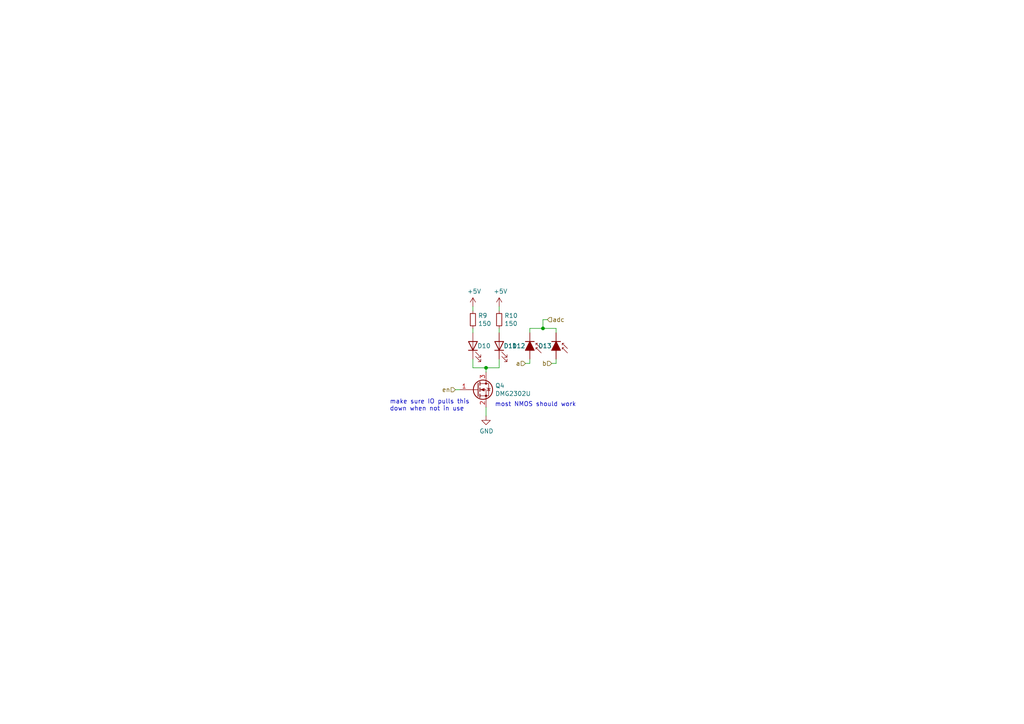
<source format=kicad_sch>
(kicad_sch (version 20211123) (generator eeschema)
  (paper "A4")
  (lib_symbols
    (symbol "Device:D_Photo_ALT" (pin_numbers hide) (pin_names hide)
      (property "Reference" "D" (at 0.508 1.778 0))
      (property "Value" "Device_D_Photo_ALT" (at -1.016 -2.794 0))
      (symbol "D_Photo_ALT_0_1"
        (polyline (pts (xy -2.54 1.27) (xy -2.54 -1.27)) (stroke (width 0.254)))
        (polyline (pts (xy -2.032 1.778) (xy -1.524 1.778)))
        (polyline (pts (xy 0 0) (xy -2.54 0)))
        (polyline (pts (xy -0.508 3.302) (xy -2.032 1.778) (xy -2.032 2.286)))
        (polyline (pts (xy 0 -1.27) (xy 0 1.27) (xy -2.54 0) (xy 0 -1.27)) (stroke (width 0.254)) (fill (type outline)))
        (polyline (pts (xy 0.762 3.302) (xy -0.762 1.778) (xy -0.762 2.286) (xy -0.762 1.778) (xy -0.254 1.778)))
      )
      (symbol "D_Photo_ALT_1_1"
        (pin passive line (at -5.08 0 0) (length 2.54) (name "K") (number "1"))
        (pin passive line (at 2.54 0 180) (length 2.54) (name "A") (number "2"))
      )
    )
    (symbol "Device:LED" (pin_numbers hide) (pin_names (offset 1.016) hide)
      (property "Reference" "D" (at 0 2.54 0))
      (property "Value" "LED" (at 0 -2.54 0))
      (symbol "LED_0_1"
        (polyline (pts (xy -1.27 -1.27) (xy -1.27 1.27)) (stroke (width 0.254)))
        (polyline (pts (xy -1.27 0) (xy 1.27 0)))
        (polyline (pts (xy 1.27 -1.27) (xy 1.27 1.27) (xy -1.27 0) (xy 1.27 -1.27)) (stroke (width 0.254)))
        (polyline (pts (xy -3.048 -0.762) (xy -4.572 -2.286) (xy -3.81 -2.286) (xy -4.572 -2.286) (xy -4.572 -1.524)))
        (polyline (pts (xy -1.778 -0.762) (xy -3.302 -2.286) (xy -2.54 -2.286) (xy -3.302 -2.286) (xy -3.302 -1.524)))
      )
      (symbol "LED_1_1"
        (pin passive line (at -3.81 0 0) (length 2.54) (name "K") (number "1"))
        (pin passive line (at 3.81 0 180) (length 2.54) (name "A") (number "2"))
      )
    )
    (symbol "Device:R_Small" (pin_numbers hide) (pin_names (offset 0.254) hide)
      (property "Reference" "R" (at 0.762 0.508 0))
      (property "Value" "R_Small" (at 0.762 -1.016 0))
      (symbol "R_Small_0_1"
        (rectangle (start -0.762 1.778) (end 0.762 -1.778) (stroke (width 0.2032)))
      )
      (symbol "R_Small_1_1"
        (pin passive line (at 0 2.54 270) (length 0.762) (name "~") (number "1"))
        (pin passive line (at 0 -2.54 90) (length 0.762) (name "~") (number "2"))
      )
    )
    (symbol "Transistor_FET:DMG2302U" (pin_names hide)
      (property "Reference" "Q" (at 5.08 1.905 0))
      (property "Value" "DMG2302U" (at 5.08 0 0))
      (symbol "DMG2302U_0_1"
        (polyline (pts (xy 0.254 0) (xy -2.54 0)))
        (polyline (pts (xy 0.254 1.905) (xy 0.254 -1.905)) (stroke (width 0.254)))
        (polyline (pts (xy 0.762 -1.27) (xy 0.762 -2.286)) (stroke (width 0.254)))
        (polyline (pts (xy 0.762 0.508) (xy 0.762 -0.508)) (stroke (width 0.254)))
        (polyline (pts (xy 0.762 2.286) (xy 0.762 1.27)) (stroke (width 0.254)))
        (polyline (pts (xy 2.54 2.54) (xy 2.54 1.778)))
        (polyline (pts (xy 2.54 -2.54) (xy 2.54 0) (xy 0.762 0)))
        (polyline (pts (xy 0.762 -1.778) (xy 3.302 -1.778) (xy 3.302 1.778) (xy 0.762 1.778)))
        (polyline (pts (xy 1.016 0) (xy 2.032 0.381) (xy 2.032 -0.381) (xy 1.016 0)) (fill (type outline)))
        (polyline (pts (xy 2.794 0.508) (xy 2.921 0.381) (xy 3.683 0.381) (xy 3.81 0.254)))
        (polyline (pts (xy 3.302 0.381) (xy 2.921 -0.254) (xy 3.683 -0.254) (xy 3.302 0.381)))
        (circle (center 1.651 0) (radius 2.794) (stroke (width 0.254)))
        (circle (center 2.54 -1.778) (radius 0.254) (fill (type outline)))
        (circle (center 2.54 1.778) (radius 0.254) (fill (type outline)))
      )
      (symbol "DMG2302U_1_1"
        (pin input line (at -5.08 0 0) (length 2.54) (name "G") (number "1"))
        (pin passive line (at 2.54 -5.08 90) (length 2.54) (name "S") (number "2"))
        (pin passive line (at 2.54 5.08 270) (length 2.54) (name "D") (number "3"))
      )
    )
    (symbol "power:+5V" (power) (pin_names (offset 0))
      (property "Value" "+5V" (at 0 3.556 0))
      (symbol "+5V_0_1"
        (polyline (pts (xy -0.762 1.27) (xy 0 2.54)))
        (polyline (pts (xy 0 0) (xy 0 2.54)))
        (polyline (pts (xy 0 2.54) (xy 0.762 1.27)))
      )
      (symbol "+5V_1_1"
        (pin power_in line (at 0 0 90) (length 0) hide (name "+5V") (number "1"))
      )
    )
    (symbol "power:GND" (power) (pin_names (offset 0))
      (property "Value" "GND" (at 0 -3.81 0))
      (symbol "GND_0_1"
        (polyline (pts (xy 0 0) (xy 0 -1.27) (xy 1.27 -1.27) (xy 0 -2.54) (xy -1.27 -1.27) (xy 0 -1.27)))
      )
      (symbol "GND_1_1"
        (pin power_in line (at 0 0 270) (length 0) hide (name "GND") (number "1"))
      )
    )
  )
  (junction (at 157.48 95.25))
  (junction (at 140.97 106.68))
  (wire (pts (xy 153.67 105.41) (xy 153.67 104.14)))
  (wire (pts (xy 144.78 88.9) (xy 144.78 90.17)))
  (wire (pts (xy 157.48 92.71) (xy 158.75 92.71)))
  (wire (pts (xy 137.16 90.17) (xy 137.16 88.9)))
  (wire (pts (xy 144.78 95.25) (xy 144.78 96.52)))
  (wire (pts (xy 137.16 106.68) (xy 137.16 104.14)))
  (wire (pts (xy 144.78 106.68) (xy 144.78 104.14)))
  (wire (pts (xy 157.48 95.25) (xy 161.29 95.25)))
  (wire (pts (xy 140.97 106.68) (xy 144.78 106.68)))
  (wire (pts (xy 161.29 105.41) (xy 161.29 104.14)))
  (wire (pts (xy 157.48 95.25) (xy 157.48 92.71)))
  (wire (pts (xy 132.08 113.03) (xy 133.35 113.03)))
  (wire (pts (xy 160.02 105.41) (xy 161.29 105.41)))
  (wire (pts (xy 153.67 95.25) (xy 157.48 95.25)))
  (wire (pts (xy 153.67 96.52) (xy 153.67 95.25)))
  (wire (pts (xy 137.16 96.52) (xy 137.16 95.25)))
  (wire (pts (xy 140.97 120.65) (xy 140.97 118.11)))
  (wire (pts (xy 161.29 95.25) (xy 161.29 96.52)))
  (wire (pts (xy 140.97 106.68) (xy 137.16 106.68)))
  (wire (pts (xy 152.4 105.41) (xy 153.67 105.41)))
  (wire (pts (xy 140.97 107.95) (xy 140.97 106.68)))
  (text "make sure IO pulls this\ndown when not in use" (at 113.03 119.38 0) (effects (font (size 1.27 1.27)) (justify left bottom)))
  (text "most NMOS should work" (at 143.51 118.11 0) (effects (font (size 1.27 1.27)) (justify left bottom)))
  (hierarchical_label "b" (shape input) (at 160.02 105.41 180))
  (hierarchical_label "en" (shape input) (at 132.08 113.03 180))
  (hierarchical_label "a" (shape input) (at 152.4 105.41 180))
  (hierarchical_label "adc" (shape input) (at 158.75 92.71 0))
  (symbol (lib_id "Device:D_Photo_ALT") (at 161.29 101.6 270)
    (property "Reference" "D13" (at 160.02 100.33 90) (effects (justify right)))
    (property "Value" "D_Photo_ALT" (effects hide))
    (property "Footprint" "extraparts:LED_D3.0mm_RH_THT_IRBlack" (effects hide))
  )
  (symbol (lib_id "Device:D_Photo_ALT") (at 153.67 101.6 270)
    (property "Reference" "D12" (at 152.4 100.33 90) (effects (justify right)))
    (property "Value" "D_Photo_ALT" (effects hide))
    (property "Footprint" "extraparts:LED_D3.0mm_RH_THT_IRBlack" (effects hide))
  )
  (symbol (lib_id "Device:LED") (at 137.16 100.33 90)
    (property "Reference" "D10" (at 138.43 100.33 90) (effects (justify right)))
    (property "Value" "LED" (effects hide))
    (property "Footprint" "extraparts:LED_D3.0mm_RH_THT_Clear" (effects hide))
  )
  (symbol (lib_id "Device:LED") (at 144.78 100.33 90)
    (property "Reference" "D11" (at 146.05 100.33 90) (effects (justify right)))
    (property "Value" "LED" (effects hide))
    (property "Footprint" "extraparts:LED_D3.0mm_RH_THT_Clear" (effects hide))
  )
  (symbol (lib_id "power:+5V") (at 137.16 88.9 0)
    (property "Reference" "#PWR032" (effects hide))
    (property "Value" "+5V" (at 137.541 84.5058 0))
  )
  (symbol (lib_id "Device:R_Small") (at 137.16 92.71 0)
    (property "Reference" "R9" (at 138.6586 91.5416 0) (effects (justify left)))
    (property "Value" "150" (at 138.6586 93.853 0) (effects (justify left)))
    (property "Footprint" "Resistor_SMD:R_0805_2012Metric" (effects hide))
  )
  (symbol (lib_id "Device:R_Small") (at 144.78 92.71 0)
    (property "Reference" "R10" (at 146.2786 91.5416 0) (effects (justify left)))
    (property "Value" "150" (at 146.2786 93.853 0) (effects (justify left)))
    (property "Footprint" "Resistor_SMD:R_0805_2012Metric" (effects hide))
  )
  (symbol (lib_id "Transistor_FET:DMG2302U") (at 138.43 113.03 0)
    (property "Reference" "Q4" (at 143.6116 111.8616 0) (effects (justify left)))
    (property "Value" "DMG2302U" (at 143.6116 114.173 0) (effects (justify left)))
    (property "Footprint" "Package_TO_SOT_SMD:SOT-23" (effects hide))
    (property "Datasheet" "http://www.diodes.com/assets/Datasheets/DMG2302U.pdf" (effects hide))
  )
  (symbol (lib_id "power:GND") (at 140.97 120.65 0)
    (property "Reference" "#PWR033" (effects hide))
    (property "Value" "GND" (at 141.097 125.0442 0))
  )
  (symbol (lib_id "power:+5V") (at 144.78 88.9 0)
    (property "Reference" "#PWR034" (effects hide))
    (property "Value" "+5V" (at 145.161 84.5058 0))
  )
)
</source>
